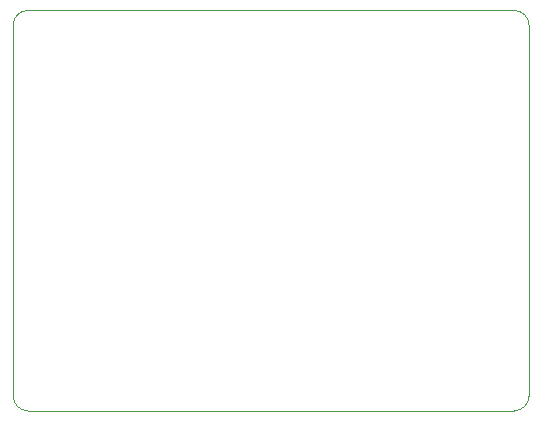
<source format=gbr>
G04*
G04 #@! TF.GenerationSoftware,Altium Limited,Altium Designer,24.9.1 (31)*
G04*
G04 Layer_Color=0*
%FSLAX25Y25*%
%MOIN*%
G70*
G04*
G04 #@! TF.SameCoordinates,339F8C44-8F51-4397-B52D-863AAE003943*
G04*
G04*
G04 #@! TF.FilePolarity,Positive*
G04*
G01*
G75*
%ADD30C,0.00100*%
D30*
X312500Y236500D02*
G03*
X317500Y231500I5000J0D01*
G01*
X479500D01*
D02*
G03*
X484500Y236500I0J5000D01*
G01*
Y360000D01*
D02*
G03*
X479500Y365000I-5000J0D01*
G01*
X317500D01*
D02*
G03*
X312500Y360000I0J-5000D01*
G01*
Y236500D01*
M02*

</source>
